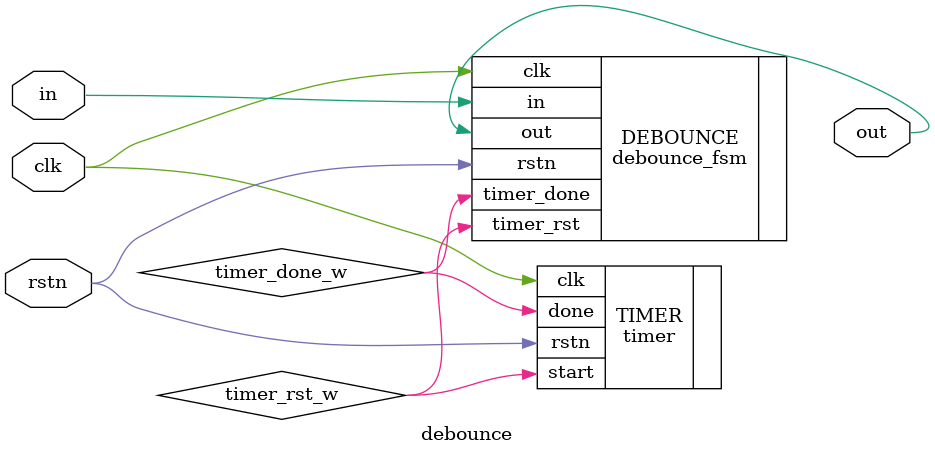
<source format=v>
`include "timer.v"
`include "debounce_fsm.v"
module debounce(output out, input in, clk, rstn);

wire timer_done_w, timer_rst_w;

// Instantiate the timer
timer TIMER(.clk(clk),.rstn(rstn),.done(timer_done_w),.start(timer_rst_w));

// Instantiate the FSM
debounce_fsm DEBOUNCE(.clk(clk),.rstn(rstn),.out(out),.in(in),.timer_done(timer_done_w),.timer_rst(timer_rst_w));

endmodule




</source>
